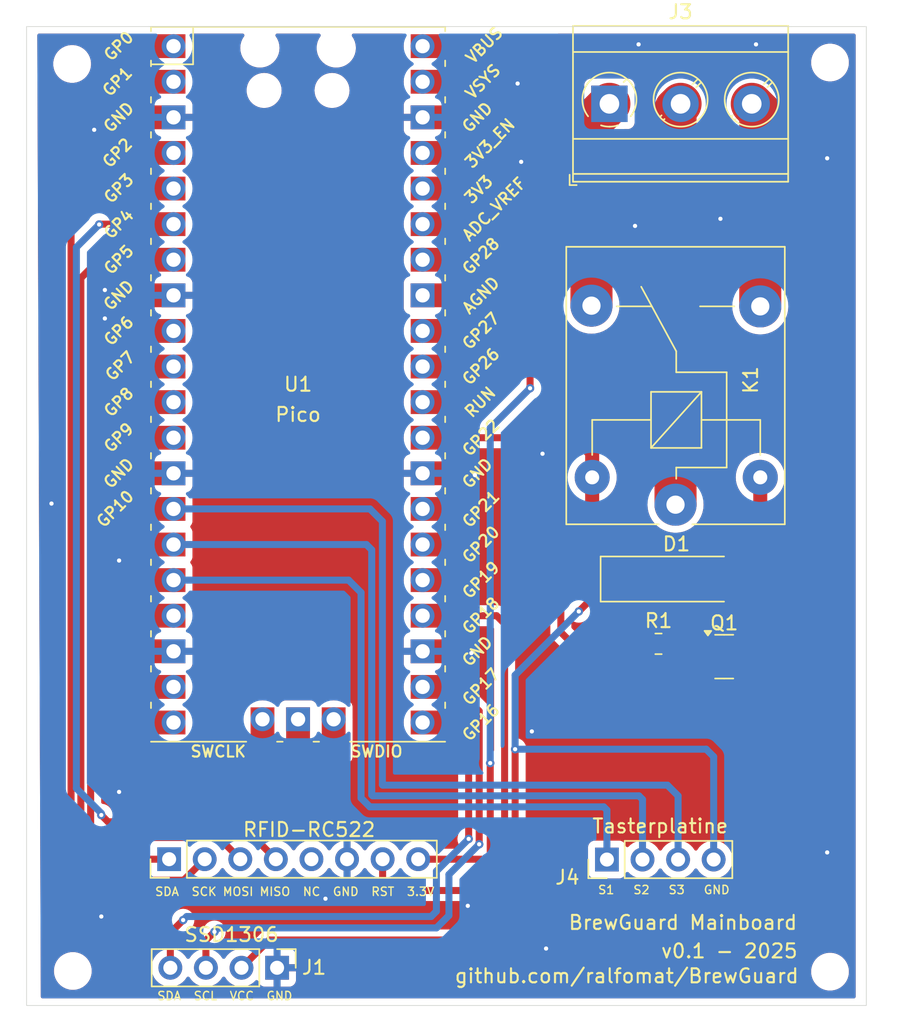
<source format=kicad_pcb>
(kicad_pcb (version 20240108) (generator "pcbnew") (generator_version "8.0")
  (layers (0 "F.Cu" signal) (31 "B.Cu" signal) (34 "B.Paste" user) (35 "F.Paste" user) (36 "B.SilkS" user "B.Silkscreen") (37 "F.SilkS" user "F.Silkscreen") (38 "B.Mask" user) (39 "F.Mask" user) (44 "Edge.Cuts" user))
  (net 0 "")
  (net 1 "/VCC")
  (net 2 "/SCL")
  (net 3 "/GND")
  (net 4 "/3.3V")
  (net 6 "/MISO")
  (net 7 "/SCK")
  (net 8 "/RST")
  (net 9 "/MOSI")
  (net 17 "Net-(D1-A)")
  (net 32 "/SDA_1")
  (net 33 "/SDA_2")
  (net 34 "Net-(Q1-B)")
  (net 35 "Net-(U1-GPIO22)")
  (net 37 "/11")
  (net 38 "/12")
  (net 39 "/14")
  (net 40 "Net-(J4-Pin_2)")
  (net 41 "Net-(J4-Pin_3)")
  (net 42 "Net-(J4-Pin_1)")
  (footprint "MCU_RaspberryPi_and_Boards:RPi_Pico_SMD_TH" (layer "F.Cu") (at 64.8462 51.689)
    (property "Reference" "U1" (at 0 0 0) (layer "F.SilkS"))
    (property "Value" "Pico" (at 0 2.159 0) (layer "F.SilkS"))
    (fp_line (start -10.5 -25.5) (end -10.5 -25.2) (stroke (width 0.12)) (layer "F.SilkS"))
    (fp_line (start -10.5 -25.5) (end 10.5 -25.5) (stroke (width 0.12)) (layer "F.SilkS"))
    (fp_line (start -10.5 -23.1) (end -10.5 -22.7) (stroke (width 0.12)) (layer "F.SilkS"))
    (fp_line (start -10.5 -22.833) (end -7.493 -22.833) (stroke (width 0.12)) (layer "F.SilkS"))
    (fp_line (start -10.5 -20.5) (end -10.5 -20.1) (stroke (width 0.12)) (layer "F.SilkS"))
    (fp_line (start -10.5 -18) (end -10.5 -17.6) (stroke (width 0.12)) (layer "F.SilkS"))
    (fp_line (start -10.5 -15.4) (end -10.5 -15) (stroke (width 0.12)) (layer "F.SilkS"))
    (fp_line (start -10.5 -12.9) (end -10.5 -12.5) (stroke (width 0.12)) (layer "F.SilkS"))
    (fp_line (start -10.5 -10.4) (end -10.5 -10) (stroke (width 0.12)) (layer "F.SilkS"))
    (fp_line (start -10.5 -7.8) (end -10.5 -7.4) (stroke (width 0.12)) (layer "F.SilkS"))
    (fp_line (start -10.5 -5.3) (end -10.5 -4.9) (stroke (width 0.12)) (layer "F.SilkS"))
    (fp_line (start -10.5 -2.7) (end -10.5 -2.3) (stroke (width 0.12)) (layer "F.SilkS"))
    (fp_line (start -10.5 -0.2) (end -10.5 0.2) (stroke (width 0.12)) (layer "F.SilkS"))
    (fp_line (start -10.5 2.3) (end -10.5 2.7) (stroke (width 0.12)) (layer "F.SilkS"))
    (fp_line (start -10.5 4.9) (end -10.5 5.3) (stroke (width 0.12)) (layer "F.SilkS"))
    (fp_line (start -10.5 7.4) (end -10.5 7.8) (stroke (width 0.12)) (layer "F.SilkS"))
    (fp_line (start -10.5 10) (end -10.5 10.4) (stroke (width 0.12)) (layer "F.SilkS"))
    (fp_line (start -10.5 12.5) (end -10.5 12.9) (stroke (width 0.12)) (layer "F.SilkS"))
    (fp_line (start -10.5 15.1) (end -10.5 15.5) (stroke (width 0.12)) (layer "F.SilkS"))
    (fp_line (start -10.5 17.6) (end -10.5 18) (stroke (width 0.12)) (layer "F.SilkS"))
    (fp_line (start -10.5 20.1) (end -10.5 20.5) (stroke (width 0.12)) (layer "F.SilkS"))
    (fp_line (start -10.5 22.7) (end -10.5 23.1) (stroke (width 0.12)) (layer "F.SilkS"))
    (fp_line (start -7.493 -22.833) (end -7.493 -25.5) (stroke (width 0.12)) (layer "F.SilkS"))
    (fp_line (start -3.7 25.5) (end -10.5 25.5) (stroke (width 0.12)) (layer "F.SilkS"))
    (fp_line (start -1.5 25.5) (end -1.1 25.5) (stroke (width 0.12)) (layer "F.SilkS"))
    (fp_line (start 1.1 25.5) (end 1.5 25.5) (stroke (width 0.12)) (layer "F.SilkS"))
    (fp_line (start 10.5 -25.5) (end 10.5 -25.2) (stroke (width 0.12)) (layer "F.SilkS"))
    (fp_line (start 10.5 -23.1) (end 10.5 -22.7) (stroke (width 0.12)) (layer "F.SilkS"))
    (fp_line (start 10.5 -20.5) (end 10.5 -20.1) (stroke (width 0.12)) (layer "F.SilkS"))
    (fp_line (start 10.5 -18) (end 10.5 -17.6) (stroke (width 0.12)) (layer "F.SilkS"))
    (fp_line (start 10.5 -15.4) (end 10.5 -15) (stroke (width 0.12)) (layer "F.SilkS"))
    (fp_line (start 10.5 -12.9) (end 10.5 -12.5) (stroke (width 0.12)) (layer "F.SilkS"))
    (fp_line (start 10.5 -10.4) (end 10.5 -10) (stroke (width 0.12)) (layer "F.SilkS"))
    (fp_line (start 10.5 -7.8) (end 10.5 -7.4) (stroke (width 0.12)) (layer "F.SilkS"))
    (fp_line (start 10.5 -5.3) (end 10.5 -4.9) (stroke (width 0.12)) (layer "F.SilkS"))
    (fp_line (start 10.5 -2.7) (end 10.5 -2.3) (stroke (width 0.12)) (layer "F.SilkS"))
    (fp_line (start 10.5 -0.2) (end 10.5 0.2) (stroke (width 0.12)) (layer "F.SilkS"))
    (fp_line (start 10.5 2.3) (end 10.5 2.7) (stroke (width 0.12)) (layer "F.SilkS"))
    (fp_line (start 10.5 4.9) (end 10.5 5.3) (stroke (width 0.12)) (layer "F.SilkS"))
    (fp_line (start 10.5 7.4) (end 10.5 7.8) (stroke (width 0.12)) (layer "F.SilkS"))
    (fp_line (start 10.5 10) (end 10.5 10.4) (stroke (width 0.12)) (layer "F.SilkS"))
    (fp_line (start 10.5 12.5) (end 10.5 12.9) (stroke (width 0.12)) (layer "F.SilkS"))
    (fp_line (start 10.5 15.1) (end 10.5 15.5) (stroke (width 0.12)) (layer "F.SilkS"))
    (fp_line (start 10.5 17.6) (end 10.5 18) (stroke (width 0.12)) (layer "F.SilkS"))
    (fp_line (start 10.5 20.1) (end 10.5 20.5) (stroke (width 0.12)) (layer "F.SilkS"))
    (fp_line (start 10.5 22.7) (end 10.5 23.1) (stroke (width 0.12)) (layer "F.SilkS"))
    (fp_line (start 10.5 25.5) (end 3.7 25.5) (stroke (width 0.12)) (layer "F.SilkS"))
    (fp_text user "GND" (at 12.8 -19.05 45) (layer "F.SilkS") (effects (font (size 0.8 0.8))))
    (fp_text user "GP26" (at 13.054 -1.27 45) (layer "F.SilkS") (effects (font (size 0.8 0.8))))
    (fp_text user "GP21" (at 13.054 8.9 45) (layer "F.SilkS") (effects (font (size 0.8 0.8))))
    (fp_text user "GND" (at -12.8 -19.05 45) (layer "F.SilkS") (effects (font (size 0.8 0.8))))
    (fp_text user "RUN" (at 13 1.27 45) (layer "F.SilkS") (effects (font (size 0.8 0.8))))
    (fp_text user "AGND" (at 13.054 -6.35 45) (layer "F.SilkS") (effects (font (size 0.8 0.8))))
    (fp_text user "GP9" (at -12.8 3.81 45) (layer "F.SilkS") (effects (font (size 0.8 0.8))))
    (fp_text user "GP5" (at -12.8 -8.89 45) (layer "F.SilkS") (effects (font (size 0.8 0.8))))
    (fp_text user "GP19" (at 13.054 13.97 45) (layer "F.SilkS") (effects (font (size 0.8 0.8))))
    (fp_text user "VSYS" (at 13.2 -21.59 45) (layer "F.SilkS") (effects (font (size 0.8 0.8))))
    (fp_text user "GP16" (at 13.054 24.13 45) (layer "F.SilkS") (effects (font (size 0.8 0.8))))
    (fp_text user "VBUS" (at 13.3 -24.2 45) (layer "F.SilkS") (effects (font (size 0.8 0.8))))
    (fp_text user "GP6" (at -12.8 -3.81 45) (layer "F.SilkS") (effects (font (size 0.8 0.8))))
    (fp_text user "3V3_EN" (at 13.7 -17.2 45) (layer "F.SilkS") (effects (font (size 0.8 0.8))))
    (fp_text user "GP10" (at -13.054 8.89 45) (layer "F.SilkS") (effects (font (size 0.8 0.8))))
    (fp_text user "ADC_VREF" (at 14 -12.5 45) (layer "F.SilkS") (effects (font (size 0.8 0.8))))
    (fp_text user "GP1" (at -12.9 -21.6 45) (layer "F.SilkS") (effects (font (size 0.8 0.8))))
    (fp_text user "SWDIO" (at 5.6 26.2 0) (layer "F.SilkS") (effects (font (size 0.8 0.8))))
    (fp_text user "GP2" (at -12.9 -16.51 45) (layer "F.SilkS") (effects (font (size 0.8 0.8))))
    (fp_text user "GP8" (at -12.8 1.27 45) (layer "F.SilkS") (effects (font (size 0.8 0.8))))
    (fp_text user "GND" (at -12.8 -6.35 45) (layer "F.SilkS") (effects (font (size 0.8 0.8))))
    (fp_text user "GP3" (at -12.8 -13.97 45) (layer "F.SilkS") (effects (font (size 0.8 0.8))))
    (fp_text user "GP0" (at -12.8 -24.13 45) (layer "F.SilkS") (effects (font (size 0.8 0.8))))
    (fp_text user "GND" (at -12.8 6.35 45) (layer "F.SilkS") (effects (font (size 0.8 0.8))))
    (fp_text user "GP7" (at -12.7 -1.3 45) (layer "F.SilkS") (effects (font (size 0.8 0.8))))
    (fp_text user "GND" (at 12.8 6.35 45) (layer "F.SilkS") (effects (font (size 0.8 0.8))))
    (fp_text user "GP18" (at 13.054 16.51 45) (layer "F.SilkS") (effects (font (size 0.8 0.8))))
    (fp_text user "GP20" (at 13.054 11.43 45) (layer "F.SilkS") (effects (font (size 0.8 0.8))))
    (fp_text user "GP17" (at 13.054 21.59 45) (layer "F.SilkS") (effects (font (size 0.8 0.8))))
    (fp_text user "GP27" (at 13.054 -3.8 45) (layer "F.SilkS") (effects (font (size 0.8 0.8))))
    (fp_text user "SWCLK" (at -5.7 26.2 0) (layer "F.SilkS") (effects (font (size 0.8 0.8))))
    (fp_text user "GP28" (at 13.054 -9.144 45) (layer "F.SilkS") (effects (font (size 0.8 0.8))))
    (fp_text user "GND" (at 12.8 19.05 45) (layer "F.SilkS") (effects (font (size 0.8 0.8))))
    (fp_text user "GP22" (at 13.054 3.81 45) (layer "F.SilkS") (effects (font (size 0.8 0.8))))
    (fp_text user "3V3" (at 12.9 -13.9 45) (layer "F.SilkS") (effects (font (size 0.8 0.8))))
    (fp_text user "GP4" (at -12.8 -11.43 45) (layer "F.SilkS") (effects (font (size 0.8 0.8))))
    (pad "" np_thru_hole oval (at -2.725 -24) (size 1.8 1.8) (drill 1.8) (layers "*.Cu" "*.Mask"))
    (pad "" np_thru_hole oval (at -2.425 -20.97) (size 1.5 1.5) (drill 1.5) (layers "*.Cu" "*.Mask"))
    (pad "" np_thru_hole oval (at 2.425 -20.97) (size 1.5 1.5) (drill 1.5) (layers "*.Cu" "*.Mask"))
    (pad "" np_thru_hole oval (at 2.725 -24) (size 1.8 1.8) (drill 1.8) (layers "*.Cu" "*.Mask"))
    (pad "1" thru_hole oval (at -8.89 -24.13) (size 1.7 1.7) (drill 1.02) (layers "*.Cu" "*.Mask"))
    (pad "1" smd rect (at -8.89 -24.13) (size 3.5 1.7) (drill (offset -0.9 0)) (layers "F.Cu" "F.Mask"))
    (pad "2" thru_hole oval (at -8.89 -21.59) (size 1.7 1.7) (drill 1.02) (layers "*.Cu" "*.Mask"))
    (pad "2" smd rect (at -8.89 -21.59) (size 3.5 1.7) (drill (offset -0.9 0)) (layers "F.Cu" "F.Mask"))
    (pad "3" thru_hole rect (at -8.89 -19.05) (size 1.7 1.7) (drill 1.02) (layers "*.Cu" "*.Mask") (net 3 "/GND"))
    (pad "3" smd rect (at -8.89 -19.05) (size 3.5 1.7) (drill (offset -0.9 0)) (layers "F.Cu" "F.Mask") (net 3 "/GND"))
    (pad "4" thru_hole oval (at -8.89 -16.51) (size 1.7 1.7) (drill 1.02) (layers "*.Cu" "*.Mask") (net 7 "/SCK"))
    (pad "4" smd rect (at -8.89 -16.51) (size 3.5 1.7) (drill (offset -0.9 0)) (layers "F.Cu" "F.Mask") (net 7 "/SCK"))
    (pad "5" thru_hole oval (at -8.89 -13.97) (size 1.7 1.7) (drill 1.02) (layers "*.Cu" "*.Mask"))
    (pad "5" smd rect (at -8.89 -13.97) (size 3.5 1.7) (drill (offset -0.9 0)) (layers "F.Cu" "F.Mask"))
    (pad "6" thru_hole oval (at -8.89 -11.43) (size 1.7 1.7) (drill 1.02) (layers "*.Cu" "*.Mask") (net 6 "/MISO"))
    (pad "6" smd rect (at -8.89 -11.43) (size 3.5 1.7) (drill (offset -0.9 0)) (layers "F.Cu" "F.Mask") (net 6 "/MISO"))
    (pad "7" thru_hole oval (at -8.89 -8.89) (size 1.7 1.7) (drill 1.02) (layers "*.Cu" "*.Mask") (net 33 "/SDA_2"))
    (pad "7" smd rect (at -8.89 -8.89) (size 3.5 1.7) (drill (offset -0.9 0)) (layers "F.Cu" "F.Mask") (net 33 "/SDA_2"))
    (pad "8" thru_hole rect (at -8.89 -6.35) (size 1.7 1.7) (drill 1.02) (layers "*.Cu" "*.Mask") (net 3 "/GND"))
    (pad "8" smd rect (at -8.89 -6.35) (size 3.5 1.7) (drill (offset -0.9 0)) (layers "F.Cu" "F.Mask") (net 3 "/GND"))
    (pad "9" thru_hole oval (at -8.89 -3.81) (size 1.7 1.7) (drill 1.02) (layers "*.Cu" "*.Mask"))
    (pad "9" smd rect (at -8.89 -3.81) (size 3.5 1.7) (drill (offset -0.9 0)) (layers "F.Cu" "F.Mask"))
    (pad "10" thru_hole oval (at -8.89 -1.27) (size 1.7 1.7) (drill 1.02) (layers "*.Cu" "*.Mask") (net 9 "/MOSI"))
    (pad "10" smd rect (at -8.89 -1.27) (size 3.5 1.7) (drill (offset -0.9 0)) (layers "F.Cu" "F.Mask") (net 9 "/MOSI"))
    (pad "11" thru_hole oval (at -8.89 1.27) (size 1.7 1.7) (drill 1.02) (layers "*.Cu" "*.Mask"))
    (pad "11" smd rect (at -8.89 1.27) (size 3.5 1.7) (drill (offset -0.9 0)) (layers "F.Cu" "F.Mask"))
    (pad "12" thru_hole oval (at -8.89 3.81) (size 1.7 1.7) (drill 1.02) (layers "*.Cu" "*.Mask"))
    (pad "12" smd rect (at -8.89 3.81) (size 3.5 1.7) (drill (offset -0.9 0)) (layers "F.Cu" "F.Mask"))
    (pad "13" thru_hole rect (at -8.89 6.35) (size 1.7 1.7) (drill 1.02) (layers "*.Cu" "*.Mask") (net 3 "/GND"))
    (pad "13" smd rect (at -8.89 6.35) (size 3.5 1.7) (drill (offset -0.9 0)) (layers "F.Cu" "F.Mask") (net 3 "/GND"))
    (pad "14" thru_hole oval (at -8.89 8.89) (size 1.7 1.7) (drill 1.02) (layers "*.Cu" "*.Mask") (net 41 "Net-(J4-Pin_3)"))
    (pad "14" smd rect (at -8.89 8.89) (size 3.5 1.7) (drill (offset -0.9 0)) (layers "F.Cu" "F.Mask") (net 41 "Net-(J4-Pin_3)"))
    (pad "15" thru_hole oval (at -8.89 11.43) (size 1.7 1.7) (drill 1.02) (layers "*.Cu" "*.Mask") (net 40 "Net-(J4-Pin_2)"))
    (pad "15" smd rect (at -8.89 11.43) (size 3.5 1.7) (drill (offset -0.9 0)) (layers "F.Cu" "F.Mask") (net 40 "Net-(J4-Pin_2)"))
    (pad "16" thru_hole oval (at -8.89 13.97) (size 1.7 1.7) (drill 1.02) (layers "*.Cu" "*.Mask") (net 42 "Net-(J4-Pin_1)"))
    (pad "16" smd rect (at -8.89 13.97) (size 3.5 1.7) (drill (offset -0.9 0)) (layers "F.Cu" "F.Mask") (net 42 "Net-(J4-Pin_1)"))
    (pad "17" thru_hole oval (at -8.89 16.51) (size 1.7 1.7) (drill 1.02) (layers "*.Cu" "*.Mask"))
    (pad "17" smd rect (at -8.89 16.51) (size 3.5 1.7) (drill (offset -0.9 0)) (layers "F.Cu" "F.Mask"))
    (pad "18" thru_hole rect (at -8.89 19.05) (size 1.7 1.7) (drill 1.02) (layers "*.Cu" "*.Mask") (net 3 "/GND"))
    (pad "18" smd rect (at -8.89 19.05) (size 3.5 1.7) (drill (offset -0.9 0)) (layers "F.Cu" "F.Mask") (net 3 "/GND"))
    (pad "19" thru_hole oval (at -8.89 21.59) (size 1.7 1.7) (drill 1.02) (layers "*.Cu" "*.Mask"))
    (pad "19" smd rect (at -8.89 21.59) (size 3.5 1.7) (drill (offset -0.9 0)) (layers "F.Cu" "F.Mask"))
    (pad "20" thru_hole oval (at -8.89 24.13) (size 1.7 1.7) (drill 1.02) (layers "*.Cu" "*.Mask"))
    (pad "20" smd rect (at -8.89 24.13) (size 3.5 1.7) (drill (offset -0.9 0)) (layers "F.Cu" "F.Mask"))
    (pad "21" thru_hole oval (at 8.89 24.13) (size 1.7 1.7) (drill 1.02) (layers "*.Cu" "*.Mask") (net 32 "/SDA_1"))
    (pad "21" smd rect (at 8.89 24.13) (size 3.5 1.7) (drill (offset 0.9 0)) (layers "F.Cu" "F.Mask") (net 32 "/SDA_1"))
    (pad "22" thru_hole oval (at 8.89 21.59) (size 1.7 1.7) (drill 1.02) (layers "*.Cu" "*.Mask") (net 2 "/SCL"))
    (pad "22" smd rect (at 8.89 21.59) (size 3.5 1.7) (drill (offset 0.9 0)) (layers "F.Cu" "F.Mask") (net 2 "/SCL"))
    (pad "23" thru_hole rect (at 8.89 19.05) (size 1.7 1.7) (drill 1.02) (layers "*.Cu" "*.Mask") (net 3 "/GND"))
    (pad "23" smd rect (at 8.89 19.05) (size 3.5 1.7) (drill (offset 0.9 0)) (layers "F.Cu" "F.Mask") (net 3 "/GND"))
    (pad "24" thru_hole oval (at 8.89 16.51) (size 1.7 1.7) (drill 1.02) (layers "*.Cu" "*.Mask") (net 8 "/RST"))
    (pad "24" smd rect (at 8.89 16.51) (size 3.5 1.7) (drill (offset 0.9 0)) (layers "F.Cu" "F.Mask") (net 8 "/RST"))
    (pad "25" thru_hole oval (at 8.89 13.97) (size 1.7 1.7) (drill 1.02) (layers "*.Cu" "*.Mask"))
    (pad "25" smd rect (at 8.89 13.97) (size 3.5 1.7) (drill (offset 0.9 0)) (layers "F.Cu" "F.Mask"))
    (pad "26" thru_hole oval (at 8.89 11.43) (size 1.7 1.7) (drill 1.02) (layers "*.Cu" "*.Mask"))
    (pad "26" smd rect (at 8.89 11.43) (size 3.5 1.7) (drill (offset 0.9 0)) (layers "F.Cu" "F.Mask"))
    (pad "27" thru_hole oval (at 8.89 8.89) (size 1.7 1.7) (drill 1.02) (layers "*.Cu" "*.Mask"))
    (pad "27" smd rect (at 8.89 8.89) (size 3.5 1.7) (drill (offset 0.9 0)) (layers "F.Cu" "F.Mask"))
    (pad "28" thru_hole rect (at 8.89 6.35) (size 1.7 1.7) (drill 1.02) (layers "*.Cu" "*.Mask") (net 3 "/GND"))
    (pad "28" smd rect (at 8.89 6.35) (size 3.5 1.7) (drill (offset 0.9 0)) (layers "F.Cu" "F.Mask") (net 3 "/GND"))
    (pad "29" thru_hole oval (at 8.89 3.81) (size 1.7 1.7) (drill 1.02) (layers "*.Cu" "*.Mask") (net 35 "Net-(U1-GPIO22)"))
    (pad "29" smd rect (at 8.89 3.81) (size 3.5 1.7) (drill (offset 0.9 0)) (layers "F.Cu" "F.Mask") (net 35 "Net-(U1-GPIO22)"))
    (pad "30" thru_hole oval (at 8.89 1.27) (size 1.7 1.7) (drill 1.02) (layers "*.Cu" "*.Mask"))
    (pad "30" smd rect (at 8.89 1.27) (size 3.5 1.7) (drill (offset 0.9 0)) (layers "F.Cu" "F.Mask"))
    (pad "31" thru_hole oval (at 8.89 -1.27) (size 1.7 1.7) (drill 1.02) (layers "*.Cu" "*.Mask"))
    (pad "31" smd rect (at 8.89 -1.27) (size 3.5 1.7) (drill (offset 0.9 0)) (layers "F.Cu" "F.Mask"))
    (pad "32" thru_hole oval (at 8.89 -3.81) (size 1.7 1.7) (drill 1.02) (layers "*.Cu" "*.Mask"))
    (pad "32" smd rect (at 8.89 -3.81) (size 3.5 1.7) (drill (offset 0.9 0)) (layers "F.Cu" "F.Mask"))
    (pad "33" thru_hole rect (at 8.89 -6.35) (size 1.7 1.7) (drill 1.02) (layers "*.Cu" "*.Mask"))
    (pad "33" smd rect (at 8.89 -6.35) (size 3.5 1.7) (drill (offset 0.9 0)) (layers "F.Cu" "F.Mask"))
    (pad "34" thru_hole oval (at 8.89 -8.89) (size 1.7 1.7) (drill 1.02) (layers "*.Cu" "*.Mask"))
    (pad "34" smd rect (at 8.89 -8.89) (size 3.5 1.7) (drill (offset 0.9 0)) (layers "F.Cu" "F.Mask"))
    (pad "35" thru_hole oval (at 8.89 -11.43) (size 1.7 1.7) (drill 1.02) (layers "*.Cu" "*.Mask"))
    (pad "35" smd rect (at 8.89 -11.43) (size 3.5 1.7) (drill (offset 0.9 0)) (layers "F.Cu" "F.Mask"))
    (pad "36" thru_hole oval (at 8.89 -13.97) (size 1.7 1.7) (drill 1.02) (layers "*.Cu" "*.Mask") (net 4 "/3.3V"))
    (pad "36" smd rect (at 8.89 -13.97) (size 3.5 1.7) (drill (offset 0.9 0)) (layers "F.Cu" "F.Mask") (net 4 "/3.3V"))
    (pad "37" thru_hole oval (at 8.89 -16.51) (size 1.7 1.7) (drill 1.02) (layers "*.Cu" "*.Mask"))
    (pad "37" smd rect (at 8.89 -16.51) (size 3.5 1.7) (drill (offset 0.9 0)) (layers "F.Cu" "F.Mask"))
    (pad "38" thru_hole rect (at 8.89 -19.05) (size 1.7 1.7) (drill 1.02) (layers "*.Cu" "*.Mask") (net 3 "/GND"))
    (pad "38" smd rect (at 8.89 -19.05) (size 3.5 1.7) (drill (offset 0.9 0)) (layers "F.Cu" "F.Mask") (net 3 "/GND"))
    (pad "39" thru_hole oval (at 8.89 -21.59) (size 1.7 1.7) (drill 1.02) (layers "*.Cu" "*.Mask"))
    (pad "39" smd rect (at 8.89 -21.59) (size 3.5 1.7) (drill (offset 0.9 0)) (layers "F.Cu" "F.Mask"))
    (pad "40" thru_hole oval (at 8.89 -24.13) (size 1.7 1.7) (drill 1.02) (layers "*.Cu" "*.Mask") (net 1 "/VCC"))
    (pad "40" smd rect (at 8.89 -24.13) (size 3.5 1.7) (drill (offset 0.9 0)) (layers "F.Cu" "F.Mask") (net 1 "/VCC"))
    (pad "41" thru_hole oval (at -2.54 23.9) (size 1.7 1.7) (drill 1.02) (layers "*.Cu" "*.Mask"))
    (pad "41" smd rect (at -2.54 23.9 90) (size 3.5 1.7) (drill (offset -0.9 0)) (layers "F.Cu" "F.Mask"))
    (pad "42" thru_hole rect (at 0 23.9) (size 1.7 1.7) (drill 1.02) (layers "*.Cu" "*.Mask"))
    (pad "42" smd rect (at 0 23.9 90) (size 3.5 1.7) (drill (offset -0.9 0)) (layers "F.Cu" "F.Mask"))
    (pad "43" thru_hole oval (at 2.54 23.9) (size 1.7 1.7) (drill 1.02) (layers "*.Cu" "*.Mask"))
    (pad "43" smd rect (at 2.54 23.9 90) (size 3.5 1.7) (drill (offset -0.9 0)) (layers "F.Cu" "F.Mask"))
  )
  (footprint "Relay_THT:Relay_SPDT_SANYOU_SRD_Series_Form_C" (layer "F.Cu") (at 91.7908 60.2764 90)
    (property "Reference" "K1" (at 8.8922 5.3642 90) (layer "F.SilkS"))
    (property "Value" "SANYOU_SRD_Form_C")
    (fp_line (start 18.4 -7.8) (end 18.4 7.8) (stroke (width 0.12)) (layer "F.SilkS"))
    (fp_line (start -1.4 -7.8) (end 18.4 -7.8) (stroke (width 0.12)) (layer "F.SilkS"))
    (fp_line (start -1.4 -7.8) (end -1.4 -1.2) (stroke (width 0.12)) (layer "F.SilkS"))
    (fp_line (start 6.05 -5.95) (end 3.55 -5.95) (stroke (width 0.12)) (layer "F.SilkS"))
    (fp_line (start 6.05 -5.95) (end 6.05 -1.75) (stroke (width 0.12)) (layer "F.SilkS"))
    (fp_line (start 14.15 -4.2) (end 14.15 -1.7) (stroke (width 0.12)) (layer "F.SilkS"))
    (fp_line (start 8.05 -1.75) (end 8.05 1.85) (stroke (width 0.12)) (layer "F.SilkS"))
    (fp_line (start 4.05 -1.75) (end 8.05 -1.75) (stroke (width 0.12)) (layer "F.SilkS"))
    (fp_line (start 10.95 0.05) (end 15.55 -2.45) (stroke (width 0.12)) (layer "F.SilkS"))
    (fp_line (start 9.45 0.05) (end 10.95 0.05) (stroke (width 0.12)) (layer "F.SilkS"))
    (fp_line (start 9.45 0.05) (end 9.45 3.65) (stroke (width 0.12)) (layer "F.SilkS"))
    (fp_line (start 2.65 0.05) (end 1.85 0.05) (stroke (width 0.12)) (layer "F.SilkS"))
    (fp_line (start 2.65 0.05) (end 2.65 3.65) (stroke (width 0.12)) (layer "F.SilkS"))
    (fp_line (start -1.4 1.2) (end -1.4 7.8) (stroke (width 0.12)) (layer "F.SilkS"))
    (fp_line (start 8.05 1.85) (end 4.05 -1.75) (stroke (width 0.12)) (layer "F.SilkS"))
    (fp_line (start 8.05 1.85) (end 4.05 1.85) (stroke (width 0.12)) (layer "F.SilkS"))
    (fp_line (start 6.05 1.85) (end 6.05 6.05) (stroke (width 0.12)) (layer "F.SilkS"))
    (fp_line (start 4.05 1.85) (end 4.05 -1.75) (stroke (width 0.12)) (layer "F.SilkS"))
    (fp_line (start 9.45 3.65) (end 2.65 3.65) (stroke (width 0.12)) (layer "F.SilkS"))
    (fp_line (start 14.15 4.2) (end 14.15 1.75) (stroke (width 0.12)) (layer "F.SilkS"))
    (fp_line (start 3.55 6.05) (end 6.05 6.05) (stroke (width 0.12)) (layer "F.SilkS"))
    (fp_line (start 18.4 7.8) (end -1.4 7.8) (stroke (width 0.12)) (layer "F.SilkS"))
    (pad "1" thru_hole circle (at 0 0 180) (size 3 3) (drill 1.3) (layers "*.Cu" "*.Mask") (net 37 "/11"))
    (pad "2" thru_hole circle (at 1.95 6.05 180) (size 2.5 2.5) (drill 1) (layers "*.Cu" "*.Mask") (net 17 "Net-(D1-A)"))
    (pad "3" thru_hole circle (at 14.15 6.05 180) (size 3 3) (drill 1.3) (layers "*.Cu" "*.Mask") (net 39 "/14"))
    (pad "4" thru_hole circle (at 14.2 -6 180) (size 3 3) (drill 1.3) (layers "*.Cu" "*.Mask") (net 38 "/12"))
    (pad "5" thru_hole circle (at 1.95 -5.95 180) (size 2.5 2.5) (drill 1) (layers "*.Cu" "*.Mask") (net 1 "/VCC"))
  )
  (footprint "MountingHole:MountingHole_2.2mm_M2_DIN965" (layer "F.Cu") (at 102.8192 28.7274)
    (property "Reference" "H4")
    (property "Value" "MountingHole")
    (pad "" np_thru_hole circle (at 0 0) (size 2.2 2.2) (drill 2.2) (layers "*.Cu" "*.Mask"))
  )
  (footprint "Package_TO_SOT_SMD:SOT-23" (layer "F.Cu") (at 95.2641 71.12)
    (property "Reference" "Q1" (at 0 -2.4 0) (layer "F.SilkS"))
    (property "Value" "BC847")
    (fp_line (start 0 -1.56) (end -0.65 -1.56) (stroke (width 0.12)) (layer "F.SilkS"))
    (fp_line (start 0 -1.56) (end 0.65 -1.56) (stroke (width 0.12)) (layer "F.SilkS"))
    (fp_line (start 0 1.56) (end -0.65 1.56) (stroke (width 0.12)) (layer "F.SilkS"))
    (fp_line (start 0 1.56) (end 0.65 1.56) (stroke (width 0.12)) (layer "F.SilkS"))
    (fp_poly (pts (xy -1.1625 -1.51) (xy -1.4025 -1.84) (xy -0.9225 -1.84) (xy -1.1625 -1.51)) (stroke (width 0.12)) (fill solid) (layer "F.SilkS"))
    (pad "1" smd roundrect (at -0.9375 -0.95) (size 1.475 0.6) (layers "F.Cu" "F.Paste" "F.Mask") (net 34 "Net-(Q1-B)"))
    (pad "2" smd roundrect (at -0.9375 0.95) (size 1.475 0.6) (layers "F.Cu" "F.Paste" "F.Mask") (net 3 "/GND"))
    (pad "3" smd roundrect (at 0.9375 0) (size 1.475 0.6) (layers "F.Cu" "F.Paste" "F.Mask") (net 17 "Net-(D1-A)"))
  )
  (footprint "Resistor_SMD:R_0805_2012Metric_Pad1.20x1.40mm_HandSolder" (layer "F.Cu") (at 90.5764 70.2056)
    (property "Reference" "R1" (at 0 -1.65 0) (layer "F.SilkS"))
    (property "Value" "1000R")
    (fp_line (start -0.227064 -0.735) (end 0.227064 -0.735) (stroke (width 0.12)) (layer "F.SilkS"))
    (fp_line (start -0.227064 0.735) (end 0.227064 0.735) (stroke (width 0.12)) (layer "F.SilkS"))
    (pad "1" smd roundrect (at -1 0) (size 1.2 1.4) (layers "F.Cu" "F.Paste" "F.Mask") (roundrect_rratio 0.208333) (net 35 "Net-(U1-GPIO22)"))
    (pad "2" smd roundrect (at 1 0) (size 1.2 1.4) (layers "F.Cu" "F.Paste" "F.Mask") (roundrect_rratio 0.208333) (net 34 "Net-(Q1-B)"))
  )
  (footprint "Connector_PinHeader_2.54mm:PinHeader_1x04_P2.54mm_Vertical" (layer "F.Cu") (at 86.8934 85.598 90)
    (property "Reference" "J4" (at -1.27 -2.8194 180) (layer "F.SilkS"))
    (property "Value" "Tasterplatine" (at 2.3876 3.81 180) (layer "F.SilkS"))
    (fp_line (start -1.33 -1.33) (end 0 -1.33) (stroke (width 0.12)) (layer "F.SilkS"))
    (fp_line (start -1.33 0) (end -1.33 -1.33) (stroke (width 0.12)) (layer "F.SilkS"))
    (fp_line (start 1.33 1.27) (end 1.33 8.95) (stroke (width 0.12)) (layer "F.SilkS"))
    (fp_line (start -1.33 1.27) (end 1.33 1.27) (stroke (width 0.12)) (layer "F.SilkS"))
    (fp_line (start -1.33 1.27) (end -1.33 8.95) (stroke (width 0.12)) (layer "F.SilkS"))
    (fp_line (start -1.33 8.95) (end 1.33 8.95) (stroke (width 0.12)) (layer "F.SilkS"))
    (pad "1" thru_hole rect (at 0 0 90) (size 1.7 1.7) (drill 1) (layers "*.Cu" "*.Mask") (net 42 "Net-(J4-Pin_1)"))
    (pad "2" thru_hole oval (at 0 2.54 90) (size 1.7 1.7) (drill 1) (layers "*.Cu" "*.Mask") (net 40 "Net-(J4-Pin_2)"))
    (pad "3" thru_hole oval (at 0 5.08 90) (size 1.7 1.7) (drill 1) (layers "*.Cu" "*.Mask") (net 41 "Net-(J4-Pin_3)"))
    (pad "4" thru_hole oval (at 0 7.62 90) (size 1.7 1.7) (drill 1) (layers "*.Cu" "*.Mask") (net 1 "/VCC"))
  )
  (footprint "Diode_SMD:D_MELF_Handsoldering" (layer "F.Cu") (at 91.853 65.5828)
    (property "Reference" "D1" (at 0 -2.5 0) (layer "F.SilkS"))
    (property "Value" "D")
    (fp_line (start -5.41 -1.61) (end -5.41 1.61) (stroke (width 0.12)) (layer "F.SilkS"))
    (fp_line (start -5.41 1.61) (end 3.4 1.61) (stroke (width 0.12)) (layer "F.SilkS"))
    (fp_line (start 3.4 -1.61) (end -5.41 -1.61) (stroke (width 0.12)) (layer "F.SilkS"))
    (pad "1" smd roundrect (at -3.4 0) (size 3.5 2.7) (layers "F.Cu" "F.Paste" "F.Mask") (roundrect_rratio 0.0925925926) (net 1 "/VCC"))
    (pad "2" smd roundrect (at 3.4 0) (size 3.5 2.7) (layers "F.Cu" "F.Paste" "F.Mask") (roundrect_rratio 0.0925925926) (net 17 "Net-(D1-A)"))
  )
  (footprint "TerminalBlock_MetzConnect:TerminalBlock_MetzConnect_Type073_RT02603HBLU_1x03_P5.08mm_Horizontal" (layer "F.Cu") (at 87.0712 31.6738)
    (property "Reference" "J3" (at 5.08 -6.56 0) (layer "F.SilkS"))
    (property "Value" "Relay Output")
    (fp_line (start -2.84 5.06) (end -2.84 5.8) (stroke (width 0.12)) (layer "F.SilkS"))
    (fp_line (start -2.84 5.8) (end -2.34 5.8) (stroke (width 0.12)) (layer "F.SilkS"))
    (fp_line (start -2.6 -5.56) (end -2.6 5.56) (stroke (width 0.12)) (layer "F.SilkS"))
    (fp_line (start -2.6 -5.56) (end 12.76 -5.56) (stroke (width 0.12)) (layer "F.SilkS"))
    (fp_line (start -2.6 -3.7) (end 12.76 -3.7) (stroke (width 0.12)) (layer "F.SilkS"))
    (fp_line (start -2.6 2.5) (end 12.76 2.5) (stroke (width 0.12)) (layer "F.SilkS"))
    (fp_line (start -2.6 5) (end 12.76 5) (stroke (width 0.12)) (layer "F.SilkS"))
    (fp_line (start -2.6 5.56) (end 12.76 5.56) (stroke (width 0.12)) (layer "F.SilkS"))
    (fp_line (start 1.229 -1.764) (end 1.013 -1.549) (stroke (width 0.12)) (layer "F.SilkS"))
    (fp_line (start 3.724 0.821) (end 3.617 0.928) (stroke (width 0.12)) (layer "F.SilkS"))
    (fp_line (start 3.933 1.083) (end 3.852 1.164) (stroke (width 0.12)) (layer "F.SilkS"))
    (fp_line (start 6.309 -1.764) (end 5.918 -1.374) (stroke (width 0.12)) (layer "F.SilkS"))
    (fp_line (start 6.544 -1.529) (end 6.194 -1.179) (stroke (width 0.12)) (layer "F.SilkS"))
    (fp_line (start 8.804 0.821) (end 8.697 0.928) (stroke (width 0.12)) (layer "F.SilkS"))
    (fp_line (start 9.013 1.083) (end 8.932 1.164) (stroke (width 0.12)) (layer "F.SilkS"))
    (fp_line (start 11.389 -1.764) (end 10.998 -1.374) (stroke (width 0.12)) (layer "F.SilkS"))
    (fp_line (start 11.624 -1.529) (end 11.274 -1.179) (stroke (width 0.12)) (layer "F.SilkS"))
    (fp_line (start 12.76 -5.56) (end 12.76 5.56) (stroke (width 0.12)) (layer "F.SilkS"))
    (fp_arc (start -1.521645 0.888175) (mid -1.930586 -0.300524) (end -1.521 -1.489) (stroke (width 0.12)) (layer "F.SilkS"))
    (fp_arc (start -1.500317 -1.514609) (mid -0.000252 -2.230344) (end 1.5 -1.515) (stroke (width 0.12)) (layer "F.SilkS"))
    (fp_arc (start 0.033269 1.630336) (mid -0.285785 1.609354) (end -0.597 1.536) (stroke (width 0.12)) (layer "F.SilkS"))
    (fp_arc (start 0.596403 1.535539) (mid 0.301919 1.606238) (end 0 1.63) (stroke (width 0.12)) (layer "F.SilkS"))
    (fp_arc (start 1.521645 -1.488175) (mid 1.930586 -0.299476) (end 1.521 0.889) (stroke (width 0.12)) (layer "F.SilkS"))
    (fp_arc (start 5.08 1.63) (mid 5.08 -2.23) (end 5.08 1.63) (stroke (width 0.12)) (layer "F.SilkS"))
    (fp_arc (start 10.16 1.63) (mid 10.16 -2.23) (end 10.16 1.63) (stroke (width 0.12)) (layer "F.SilkS"))
    (pad "1" thru_hole rect (at 0 0) (size 2.6 2.6) (drill 1.4) (layers "*.Cu" "*.Mask") (net 38 "/12"))
    (pad "2" thru_hole circle (at 5.08 0) (size 2.6 2.6) (drill 1.4) (layers "*.Cu" "*.Mask") (net 37 "/11"))
    (pad "3" thru_hole circle (at 10.16 0) (size 2.6 2.6) (drill 1.4) (layers "*.Cu" "*.Mask") (net 39 "/14"))
  )
  (footprint "MountingHole:MountingHole_2.2mm_M2_DIN965" (layer "F.Cu") (at 48.768 93.5482)
    (property "Reference" "H2")
    (property "Value" "MountingHole")
    (pad "" np_thru_hole circle (at 0 0) (size 2.2 2.2) (drill 2.2) (layers "*.Cu" "*.Mask"))
  )
  (footprint "Connector_PinHeader_2.54mm:PinHeader_1x08_P2.54mm_Vertical" (layer "F.Cu") (at 55.641 85.5726 90)
    (property "Reference" "J2" (hide yes))
    (property "Value" "RFID-RC522" (at 2.1082 9.9926 0) (layer "F.SilkS"))
    (fp_line (start -1.33 -1.33) (end 0 -1.33) (stroke (width 0.12)) (layer "F.SilkS"))
    (fp_line (start -1.33 0) (end -1.33 -1.33) (stroke (width 0.12)) (layer "F.SilkS"))
    (fp_line (start 1.33 1.27) (end 1.33 19.11) (stroke (width 0.12)) (layer "F.SilkS"))
    (fp_line (start -1.33 1.27) (end 1.33 1.27) (stroke (width 0.12)) (layer "F.SilkS"))
    (fp_line (start -1.33 1.27) (end -1.33 19.11) (stroke (width 0.12)) (layer "F.SilkS"))
    (fp_line (start -1.33 19.11) (end 1.33 19.11) (stroke (width 0.12)) (layer "F.SilkS"))
    (pad "1" thru_hole rect (at 0 0 90) (size 1.7 1.7) (drill 1) (layers "*.Cu" "*.Mask") (net 33 "/SDA_2"))
    (pad "2" thru_hole oval (at 0 2.54 90) (size 1.7 1.7) (drill 1) (layers "*.Cu" "*.Mask") (net 7 "/SCK"))
    (pad "3" thru_hole oval (at 0 5.08 90) (size 1.7 1.7) (drill 1) (layers "*.Cu" "*.Mask") (net 9 "/MOSI"))
    (pad "4" thru_hole oval (at 0 7.62 90) (size 1.7 1.7) (drill 1) (layers "*.Cu" "*.Mask") (net 6 "/MISO"))
    (pad "5" thru_hole oval (at 0 10.16 90) (size 1.7 1.7) (drill 1) (layers "*.Cu" "*.Mask"))
    (pad "6" thru_hole oval (at 0 12.7 90) (size 1.7 1.7) (drill 1) (layers "*.Cu" "*.Mask") (net 3 "/GND"))
    (pad "7" thru_hole oval (at 0 15.24 90) (size 1.7 1.7) (drill 1) (layers "*.Cu" "*.Mask") (net 8 "/RST"))
    (pad "8" thru_hole oval (at 0 17.78 90) (size 1.7 1.7) (drill 1) (layers "*.Cu" "*.Mask") (net 4 "/3.3V"))
  )
  (footprint "Connector_PinHeader_2.54mm:PinHeader_1x04_P2.54mm_Vertical" (layer "F.Cu") (at 63.3476 93.3196 -90)
    (property "Reference" "J1" (at -0.0254 -2.6416 0) (layer "F.SilkS"))
    (property "Value" "SSD1306" (at -2.3622 3.2512 0) (layer "F.SilkS"))
    (fp_line (start -1.33 8.95) (end 1.33 8.95) (stroke (width 0.12)) (layer "F.SilkS"))
    (fp_line (start -1.33 1.27) (end -1.33 8.95) (stroke (width 0.12)) (layer "F.SilkS"))
    (fp_line (start -1.33 1.27) (end 1.33 1.27) (stroke (width 0.12)) (layer "F.SilkS"))
    (fp_line (start 1.33 1.27) (end 1.33 8.95) (stroke (width 0.12)) (layer "F.SilkS"))
    (fp_line (start -1.33 0) (end -1.33 -1.33) (stroke (width 0.12)) (layer "F.SilkS"))
    (fp_line (start -1.33 -1.33) (end 0 -1.33) (stroke (width 0.12)) (layer "F.SilkS"))
    (pad "1" thru_hole rect (at 0 0 270) (size 1.7 1.7) (drill 1) (layers "*.Cu" "*.Mask") (net 3 "/GND"))
    (pad "2" thru_hole oval (at 0 2.54 270) (size 1.7 1.7) (drill 1) (layers "*.Cu" "*.Mask") (net 1 "/VCC"))
    (pad "3" thru_hole oval (at 0 5.08 270) (size 1.7 1.7) (drill 1) (layers "*.Cu" "*.Mask") (net 2 "/SCL"))
    (pad "4" thru_hole oval (at 0 7.62 270) (size 1.7 1.7) (drill 1) (layers "*.Cu" "*.Mask") (net 32 "/SDA_1"))
  )
  (footprint "MountingHole:MountingHole_2.2mm_M2_DIN965" (layer "F.Cu") (at 102.8192 93.599)
    (property "Reference" "H3")
    (property "Value" "MountingHole")
    (pad "" np_thru_hole circle (at 0 0) (size 2.2 2.2) (drill 2.2) (layers "*.Cu" "*.Mask"))
  )
  (footprint "MountingHole:MountingHole_2.2mm_M2_DIN965" (layer "F.Cu") (at 48.7172 28.829)
    (property "Reference" "H1")
    (property "Value" "MountingHole")
    (pad "" np_thru_hole circle (at 0 0) (size 2.2 2.2) (drill 2.2) (layers "*.Cu" "*.Mask"))
  )
  (gr_rect (start 45.466 26.162) (end 105.41 96.012) (stroke (width 0.05)) (fill none) (layer "Edge.Cuts"))
  (gr_text "v0.1 - 2025" (at 90.678 92.71 0) (layer "F.SilkS") (effects (font (size 1 1)) (justify left bottom)))
  (gr_text "BrewGuard Mainboard" (at 84.074 90.678 0) (layer "F.SilkS") (effects (font (size 1 1)) (justify left bottom)))
  (gr_text "SDA  SCK MOSI MISO  NC  GND  RST  3.3V" (at 54.5846 88.2396 0) (layer "F.SilkS") (effects (font (size 0.6 0.6) (thickness 0.1)) (justify left bottom)))
  (gr_text "github.com/ralfomat/BrewGuard" (at 75.946 94.488 0) (layer "F.SilkS") (effects (font (size 1 1)) (justify left bottom)))
  (gr_text "SDA  SCL  VCC  GND" (at 54.737 95.6818 0) (layer "F.SilkS") (effects (font (size 0.6 0.6) (thickness 0.1)) (justify left bottom)))
  (gr_text "S1   S2   S3   GND" (at 86.2076 88.1126 0) (layer "F.SilkS") (effects (font (size 0.6 0.6) (thickness 0.1)) (justify left bottom)))
  (segment (start 85.8408 65.1144) (end 85.8408 58.3264) (width 1) (layer "F.Cu") (net 1))
  (segment (start 87.1982 65.5828) (end 88.453 65.5828) (width 0.5) (layer "F.Cu") (net 1))
  (segment (start 62.7888 91.3384) (end 76.4286 91.3384) (width 0.5) (layer "F.Cu") (net 1))
  (segment (start 86.3092 65.5828) (end 85.8408 65.1144) (width 1) (layer "F.Cu") (net 1))
  (segment (start 88.453 65.5828) (end 86.3092 65.5828) (width 1) (layer "F.Cu") (net 1))
  (segment (start 85.8408 58.3264) (end 85.8408 56.558634) (width 1) (layer "F.Cu") (net 1))
  (segment (start 84.8868 67.8942) (end 87.1982 65.5828) (width 0.5) (layer "F.Cu") (net 1))
  (segment (start 60.8076 93.3196) (end 62.7888 91.3384) (width 0.5) (layer "F.Cu") (net 1))
  (segment (start 80.3402 87.4268) (end 80.3402 77.724) (width 0.5) (layer "F.Cu") (net 1))
  (segment (start 85.8408 56.558634) (end 83.0072 53.725034) (width 1) (layer "F.Cu") (net 1))
  (segment (start 76.4286 91.3384) (end 80.3402 87.4268) (width 0.5) (layer "F.Cu") (net 1))
  (segment (start 83.0072 53.725034) (end 83.0072 27.94) (width 1) (layer "F.Cu") (net 1))
  (segment (start 82.6262 27.559) (end 73.7362 27.559) (width 1) (layer "F.Cu") (net 1))
  (segment (start 83.0072 27.94) (end 82.6262 27.559) (width 1) (layer "F.Cu") (net 1))
  (via (at 84.8868 67.8942) (size 0.6) (drill 0.3) (layers "F.Cu" "B.Cu") (net 1))
  (via (at 80.3402 77.724) (size 0.6) (drill 0.3) (layers "F.Cu" "B.Cu") (net 1))
  (segment (start 80.3402 72.4408) (end 84.8868 67.8942) (width 0.5) (layer "B.Cu") (net 1))
  (segment (start 93.98 77.724) (end 80.3402 77.724) (width 0.5) (layer "B.Cu") (net 1))
  (segment (start 94.5134 85.598) (end 94.5134 78.2574) (width 0.5) (layer "B.Cu") (net 1))
  (segment (start 80.3402 77.724) (end 80.3402 72.4408) (width 0.5) (layer "B.Cu") (net 1))
  (segment (start 94.5134 78.2574) (end 93.98 77.724) (width 0.5) (layer "B.Cu") (net 1))
  (segment (start 77.7748 84.5058) (end 77.7748 75.0062) (width 0.5) (layer "F.Cu") (net 2))
  (segment (start 77.7748 75.0062) (end 76.0476 73.279) (width 0.5) (layer "F.Cu") (net 2))
  (segment (start 58.2676 93.3196) (end 58.2676 91.3638) (width 0.5) (layer "F.Cu") (net 2))
  (segment (start 58.2676 91.3638) (end 58.8772 90.7542) (width 0.5) (layer "F.Cu") (net 2))
  (segment (start 76.0476 73.279) (end 73.7362 73.279) (width 0.5) (layer "F.Cu") (net 2))
  (via (at 58.8772 90.7542) (size 0.6) (drill 0.3) (layers "F.Cu" "B.Cu") (net 2))
  (via (at 77.7748 84.5058) (size 0.6) (drill 0.3) (layers "F.Cu" "B.Cu") (net 2))
  (segment (start 59.1566 90.4748) (end 58.8772 90.7542) (width 0.5) (layer "B.Cu") (net 2))
  (segment (start 74.7268 90.4748) (end 59.1566 90.4748) (width 0.5) (layer "B.Cu") (net 2))
  (segment (start 75.6158 86.6648) (end 75.6158 89.5858) (width 0.5) (layer "B.Cu") (net 2))
  (segment (start 77.7748 84.5058) (end 75.6158 86.6648) (width 0.5) (layer "B.Cu") (net 2))
  (segment (start 75.6158 89.5858) (end 74.7268 90.4748) (width 0.5) (layer "B.Cu") (net 2))
  (via (at 51.054 44.958) (size 0.6) (drill 0.3) (layers "F.Cu" "B.Cu") (net 3))
  (via (at 94.996 39.878) (size 0.6) (drill 0.3) (layers "F.Cu" "B.Cu") (net 3))
  (via (at 81.534 76.454) (size 0.6) (drill 0.3) (layers "F.Cu" "B.Cu") (net 3))
  (via (at 80.772 35.814) (size 0.6) (drill 0.3) (layers "F.Cu" "B.Cu") (net 3))
  (via (at 102.616 85.09) (size 0.6) (drill 0.3) (layers "F.Cu" "B.Cu") (net 3))
  (via (at 80.518 30.226) (size 0.6) (drill 0.3) (layers "F.Cu" "B.Cu") (net 3))
  (via (at 88.9 40.386) (size 0.6) (drill 0.3) (layers "F.Cu" "B.Cu") (net 3))
  (via (at 50.292 33.528) (size 0.6) (drill 0.3) (layers "F.Cu" "B.Cu") (net 3))
  (via (at 89.154 27.432) (size 0.6) (drill 0.3) (layers "F.Cu" "B.Cu") (net 3))
  (via (at 50.8 89.662) (size 0.6) (drill 0.3) (layers "F.Cu" "B.Cu") (net 3))
  (via (at 47.244 60.198) (size 0.6) (drill 0.3) (layers "F.Cu" "B.Cu") (net 3))
  (via (at 82.55 91.948) (size 0.6) (drill 0.3) (layers "F.Cu" "B.Cu") (net 3))
  (via (at 77.216 70.866) (size 0.6) (drill 0.3) (layers "F.Cu" "B.Cu") (net 3))
  (via (at 76.962 88.9) (size 0.6) (drill 0.3) (layers "F.Cu" "B.Cu") (net 3))
  (via (at 77.47 58.166) (size 0.6) (drill 0.3) (layers "F.Cu" "B.Cu") (net 3))
  (via (at 102.616 35.56) (size 0.6) (drill 0.3) (layers "F.Cu" "B.Cu") (net 3))
  (via (at 52.07 64.262) (size 0.6) (drill 0.3) (layers "F.Cu" "B.Cu") (net 3))
  (via (at 52.07 80.772) (size 0.6) (drill 0.3) (layers "F.Cu" "B.Cu") (net 3))
  (via (at 66.802 88.392) (size 0.6) (drill 0.3) (layers "F.Cu" "B.Cu") (net 3))
  (via (at 82.296 56.642) (size 0.6) (drill 0.3) (layers "F.Cu" "B.Cu") (net 3))
  (via (at 97.536 27.432) (size 0.6) (drill 0.3) (layers "F.Cu" "B.Cu") (net 3))
  (via (at 51.054 46.99) (size 0.6) (drill 0.3) (layers "F.Cu" "B.Cu") (net 3))
  (segment (start 78.5622 78.7146) (end 78.5622 85.2932) (width 0.5) (layer "F.Cu") (net 4))
  (segment (start 81.0006 37.719) (end 81.407 38.1254) (width 0.5) (layer "F.Cu") (net 4))
  (segment (start 78.5622 85.2932) (end 78.2828 85.5726) (width 0.5) (layer "F.Cu") (net 4))
  (segment (start 73.7362 37.719) (end 81.0006 37.719) (width 0.5) (layer "F.Cu") (net 4))
  (segment (start 81.407 38.1254) (end 81.407 51.9684) (width 0.5) (layer "F.Cu") (net 4))
  (segment (start 78.2828 85.5726) (end 73.421 85.5726) (width 0.5) (layer "F.Cu") (net 4))
  (via (at 78.5622 78.7146) (size 0.6) (drill 0.3) (layers "F.Cu" "B.Cu") (net 4))
  (via (at 81.407 51.9684) (size 0.6) (drill 0.3) (layers "F.Cu" "B.Cu") (net 4))
  (segment (start 78.5622 54.8132) (end 81.407 51.9684) (width 0.5) (layer "B.Cu") (net 4))
  (segment (start 78.5622 78.7146) (end 78.5622 54.8132) (width 0.5) (layer "B.Cu") (net 4))
  (segment (start 50.673 40.259) (end 55.9562 40.259) (width 0.5) (layer "F.Cu") (net 6))
  (segment (start 50.6476 40.2844) (end 50.673 40.259) (width 0.5) (layer "F.Cu") (net 6))
  (segment (start 60.594 82.9056) (end 63.261 85.5726) (width 0.5) (layer "F.Cu") (net 6))
  (segment (start 50.8 82.423) (end 51.2826 82.9056) (width 0.5) (layer "F.Cu") (net 6))
  (segment (start 51.2826 82.9056) (end 60.594 82.9056) (width 0.5) (layer "F.Cu") (net 6))
  (via (at 50.6476 40.2844) (size 0.6) (drill 0.3) (layers "F.Cu" "B.Cu") (net 6))
  (via (at 50.8 82.423) (size 0.6) (drill 0.3) (layers "F.Cu" "B.Cu") (net 6))
  (segment (start 49.022 80.518) (end 49.022 41.91) (width 0.5) (layer "B.Cu") (net 6))
  (segment (start 50.8 82.423) (end 50.8 82.296) (width 0.5) (layer "B.Cu") (net 6))
  (segment (start 50.8 82.296) (end 49.022 80.518) (width 0.5) (layer "B.Cu") (net 6))
  (segment (start 49.022 41.91) (end 50.6476 40.2844) (width 0.5) (layer "B.Cu") (net 6))
  (segment (start 56.6824 87.0712) (end 48.9458 87.0712) (width 0.5) (layer "F.Cu") (net 7))
  (segment (start 48.641 36.5506) (end 50.0126 35.179) (width 0.5) (layer "F.Cu") (net 7))
  (segment (start 58.181 85.5726) (end 56.6824 87.0712) (width 0.5) (layer "F.Cu") (net 7))
  (segment (start 48.641 86.7664) (end 48.641 36.5506) (width 0.5) (layer "F.Cu") (net 7))
  (segment (start 50.0126 35.179) (end 55.9562 35.179) (width 0.5) (layer "F.Cu") (net 7))
  (segment (start 48.9458 87.0712) (end 48.641 86.7664) (width 0.5) (layer "F.Cu") (net 7))
  (segment (start 70.881 87.2386) (end 71.4502 87.8078) (width 0.5) (layer "F.Cu") (net 8))
  (segment (start 71.4502 87.8078) (end 78.8416 87.8078) (width 0.5) (layer "F.Cu") (net 8))
  (segment (start 70.881 85.5726) (end 70.881 87.2386) (width 0.5) (layer "F.Cu") (net 8))
  (segment (start 78.8416 87.8078) (end 79.5902 87.0592) (width 0.5) (layer "F.Cu") (net 8))
  (segment (start 79.5902 68.7698) (end 79.0194 68.199) (width 0.5) (layer "F.Cu") (net 8))
  (segment (start 79.0194 68.199) (end 73.7362 68.199) (width 0.5) (layer "F.Cu") (net 8))
  (segment (start 79.5902 87.0592) (end 79.5902 68.7698) (width 0.5) (layer "F.Cu") (net 8))
  (segment (start 50.041 50.7208) (end 50.3428 50.419) (width 0.5) (layer "F.Cu") (net 9))
  (segment (start 50.3428 50.419) (end 55.9562 50.419) (width 0.5) (layer "F.Cu") (net 9))
  (segment (start 50.041 84.0232) (end 50.041 50.7208) (width 0.5) (layer "F.Cu") (net 9))
  (segment (start 59.1716 84.0232) (end 50.041 84.0232) (width 0.5) (layer "F.Cu") (net 9))
  (segment (start 60.721 85.5726) (end 59.1716 84.0232) (width 0.5) (layer "F.Cu") (net 9))
  (segment (start 97.8408 65.3288) (end 97.8408 58.3264) (width 1) (layer "F.Cu") (net 17))
  (segment (start 97.8408 71.0692) (end 97.8408 65.8368) (width 0.5) (layer "F.Cu") (net 17))
  (segment (start 95.253 65.5828) (end 97.5868 65.5828) (width 1) (layer "F.Cu") (net 17))
  (segment (start 97.79 71.12) (end 97.8408 71.0692) (width 0.5) (layer "F.Cu") (net 17))
  (segment (start 97.8408 65.8368) (end 97.5868 65.5828) (width 0.5) (layer "F.Cu") (net 17))
  (segment (start 96.2016 71.12) (end 97.79 71.12) (width 0.5) (layer "F.Cu") (net 17))
  (segment (start 97.5868 65.5828) (end 97.8408 65.3288) (width 1) (layer "F.Cu") (net 17))
  (segment (start 77.0128 76.4032) (end 76.4286 75.819) (width 0.5) (layer "F.Cu") (net 32))
  (segment (start 77.0248 84.1248) (end 77.0248 79.387) (width 0.5) (layer "F.Cu") (net 32))
  (segment (start 55.7276 90.8304) (end 56.642 89.916) (width 0.5) (layer "F.Cu") (net 32))
  (segment (start 76.4286 75.819) (end 73.7362 75.819) (width 0.5) (layer "F.Cu") (net 32))
  (segment (start 77.0248 79.387) (end 77.0128 79.375) (width 0.5) (layer "F.Cu") (net 32))
  (segment (start 77.0128 79.375) (end 77.0128 76.4032) (width 0.5) (layer "F.Cu") (net 32))
  (segment (start 55.7276 93.3196) (end 55.7276 90.8304) (width 0.5) (layer "F.Cu") (net 32))
  (via (at 56.642 89.916) (size 0.6) (drill 0.3) (layers "F.Cu" "B.Cu") (net 32))
  (via (at 77.0248 84.1248) (size 0.6) (drill 0.3) (layers "F.Cu" "B.Cu") (net 32))
  (segment (start 74.3458 89.662) (end 56.896 89.662) (width 0.5) (layer "B.Cu") (net 32))
  (segment (start 74.721 86.4286) (end 74.721 89.2868) (width 0.5) (layer "B.Cu") (net 32))
  (segment (start 56.896 89.662) (end 56.642 89.916) (width 0.5) (layer "B.Cu") (net 32))
  (segment (start 74.721 89.2868) (end 74.3458 89.662) (width 0.5) (layer "B.Cu") (net 32))
  (segment (start 77.0248 84.1248) (end 74.721 86.4286) (width 0.5) (layer "B.Cu") (net 32))
  (segment (start 49.341 84.8248) (end 49.341 44.1056) (width 0.5) (layer "F.Cu") (net 33))
  (segment (start 50.0888 85.5726) (end 49.341 84.8248) (width 0.5) (layer "F.Cu") (net 33))
  (segment (start 49.341 44.1056) (end 50.6476 42.799) (width 0.5) (layer "F.Cu") (net 33))
  (segment (start 55.641 85.5726) (end 50.0888 85.5726) (width 0.5) (layer "F.Cu") (net 33))
  (segment (start 50.6476 42.799) (end 55.9562 42.799) (width 0.5) (layer "F.Cu") (net 33))
  (segment (start 91.5764 70.2056) (end 94.291 70.2056) (width 0.5) (layer "F.Cu") (net 34))
  (segment (start 94.291 70.2056) (end 94.3266 70.17) (width 0.5) (layer "F.Cu") (net 34))
  (segment (start 84.4296 70.2056) (end 83.6056 69.3816) (width 0.5) (layer "F.Cu") (net 35))
  (segment (start 83.6056 56.2244) (end 82.8802 55.499) (width 0.5) (layer "F.Cu") (net 35))
  (segment (start 89.5764 70.2056) (end 84.4296 70.2056) (width 0.5) (layer "F.Cu") (net 35))
  (segment (start 83.6056 69.3816) (end 83.6056 56.2244) (width 0.5) (layer "F.Cu") (net 35))
  (segment (start 82.8802 55.499) (end 73.7362 55.499) (width 0.5) (layer "F.Cu") (net 35))
  (segment (start 91.7908 60.2764) (end 91.7908 32.0342) (width 3) (layer "F.Cu") (net 37))
  (segment (start 91.7908 32.0342) (end 92.1512 31.6738) (width 3) (layer "F.Cu") (net 37))
  (segment (start 85.7908 46.0764) (end 85.7908 32.9542) (width 3) (layer "F.Cu") (net 38))
  (segment (start 85.7908 32.9542) (end 87.0712 31.6738) (width 3) (layer "F.Cu") (net 38))
  (segment (start 97.8408 46.1264) (end 97.8408 32.2834) (width 3) (layer "F.Cu") (net 39))
  (segment (start 97.8408 32.2834) (end 97.2312 31.6738) (width 3) (layer "F.Cu") (net 39))
  (segment (start 70.104 80.9812) (end 70.1742 81.0514) (width 0.5) (layer "B.Cu") (net 40))
  (segment (start 89.1794 81.0514) (end 89.4334 81.3054) (width 0.5) (layer "B.Cu") (net 40))
  (segment (start 55.9562 63.119) (end 69.723 63.119) (width 0.5) (layer "B.Cu") (net 40))
  (segment (start 89.4334 81.3054) (end 89.4334 85.598) (width 0.5) (layer "B.Cu") (net 40))
  (segment (start 69.723 63.119) (end 70.104 63.5) (width 0.5) (layer "B.Cu") (net 40))
  (segment (start 70.1742 81.0514) (end 89.1794 81.0514) (width 0.5) (layer "B.Cu") (net 40))
  (segment (start 70.104 63.5) (end 70.104 80.9812) (width 0.5) (layer "B.Cu") (net 40))
  (segment (start 91.9734 85.598) (end 91.9734 81.0514) (width 0.5) (layer "B.Cu") (net 41))
  (segment (start 70.866 80.264) (end 70.866 61.468) (width 0.5) (layer "B.Cu") (net 41))
  (segment (start 70.866 61.468) (end 69.977 60.579) (width 0.5) (layer "B.Cu") (net 41))
  (segment (start 91.9734 81.0514) (end 91.2114 80.2894) (width 0.5) (layer "B.Cu") (net 41))
  (segment (start 69.977 60.579) (end 55.9562 60.579) (width 0.5) (layer "B.Cu") (net 41))
  (segment (start 70.8914 80.2894) (end 70.866 80.264) (width 0.5) (layer "B.Cu") (net 41))
  (segment (start 91.2114 80.2894) (end 70.8914 80.2894) (width 0.5) (layer "B.Cu") (net 41))
  (segment (start 55.9562 65.659) (end 68.453 65.659) (width 0.5) (layer "B.Cu") (net 42))
  (segment (start 69.97165 81.8388) (end 86.6648 81.8388) (width 0.5) (layer "B.Cu") (net 42))
  (segment (start 86.8934 82.0674) (end 86.8934 85.598) (width 0.5) (layer "B.Cu") (net 42))
  (segment (start 68.453 65.659) (end 69.342 66.548) (width 0.5) (layer "B.Cu") (net 42))
  (segment (start 69.342 66.548) (end 69.342 81.20915) (width 0.5) (layer "B.Cu") (net 42))
  (segment (start 69.342 81.20915) (end 69.97165 81.8388) (width 0.5) (layer "B.Cu") (net 42))
  (segment (start 86.6648 81.8388) (end 86.8934 82.0674) (width 0.5) (layer "B.Cu") (net 42))
  (zone (net 3) (net_name "/GND") (layer "F.Cu") (connect_pads (clearance 0.5)) (min_thickness 0.25) (fill yes (thermal_gap 0.5) (thermal_bridge_width 0.5))
    (polygon (pts (xy 46.228 26.162) (xy 104.648 26.162) (xy 104.648 95.504) (xy 46.482 95.504)))
  )
  (zone (net 3) (net_name "/GND") (layer "B.Cu") (connect_pads (clearance 0.5)) (min_thickness 0.25) (fill yes (thermal_gap 0.5) (thermal_bridge_width 0.5))
    (polygon (pts (xy 46.228 26.162) (xy 104.648 26.162) (xy 104.648 95.504) (xy 46.482 95.504)))
  )
)
</source>
